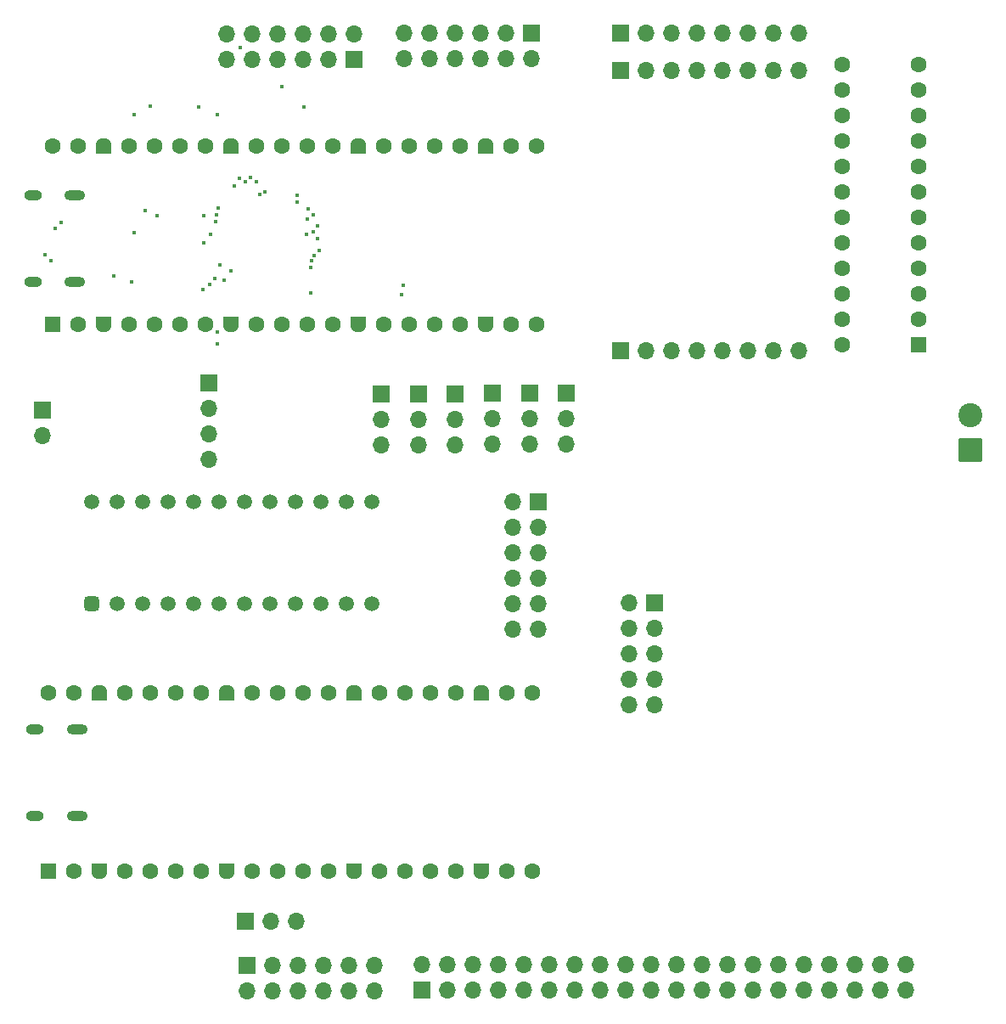
<source format=gbr>
%TF.GenerationSoftware,KiCad,Pcbnew,9.0.0*%
%TF.CreationDate,2025-06-09T15:05:36+02:00*%
%TF.ProjectId,stm32-fpga-bootloader,73746d33-322d-4667-9067-612d626f6f74,rev?*%
%TF.SameCoordinates,Original*%
%TF.FileFunction,Copper,L3,Inr*%
%TF.FilePolarity,Positive*%
%FSLAX46Y46*%
G04 Gerber Fmt 4.6, Leading zero omitted, Abs format (unit mm)*
G04 Created by KiCad (PCBNEW 9.0.0) date 2025-06-09 15:05:36*
%MOMM*%
%LPD*%
G01*
G04 APERTURE LIST*
G04 Aperture macros list*
%AMRoundRect*
0 Rectangle with rounded corners*
0 $1 Rounding radius*
0 $2 $3 $4 $5 $6 $7 $8 $9 X,Y pos of 4 corners*
0 Add a 4 corners polygon primitive as box body*
4,1,4,$2,$3,$4,$5,$6,$7,$8,$9,$2,$3,0*
0 Add four circle primitives for the rounded corners*
1,1,$1+$1,$2,$3*
1,1,$1+$1,$4,$5*
1,1,$1+$1,$6,$7*
1,1,$1+$1,$8,$9*
0 Add four rect primitives between the rounded corners*
20,1,$1+$1,$2,$3,$4,$5,0*
20,1,$1+$1,$4,$5,$6,$7,0*
20,1,$1+$1,$6,$7,$8,$9,0*
20,1,$1+$1,$8,$9,$2,$3,0*%
%AMFreePoly0*
4,1,37,0.603843,0.796157,0.639018,0.796157,0.711114,0.766294,0.766294,0.711114,0.796157,0.639018,0.796157,0.603843,0.800000,0.600000,0.800000,-0.600000,0.796157,-0.603843,0.796157,-0.639018,0.766294,-0.711114,0.711114,-0.766294,0.639018,-0.796157,0.603843,-0.796157,0.600000,-0.800000,0.000000,-0.800000,0.000000,-0.796148,-0.078414,-0.796148,-0.232228,-0.765552,-0.377117,-0.705537,
-0.507515,-0.618408,-0.618408,-0.507515,-0.705537,-0.377117,-0.765552,-0.232228,-0.796148,-0.078414,-0.796148,0.078414,-0.765552,0.232228,-0.705537,0.377117,-0.618408,0.507515,-0.507515,0.618408,-0.377117,0.705537,-0.232228,0.765552,-0.078414,0.796148,0.000000,0.796148,0.000000,0.800000,0.600000,0.800000,0.603843,0.796157,0.603843,0.796157,$1*%
%AMFreePoly1*
4,1,37,0.000000,0.796148,0.078414,0.796148,0.232228,0.765552,0.377117,0.705537,0.507515,0.618408,0.618408,0.507515,0.705537,0.377117,0.765552,0.232228,0.796148,0.078414,0.796148,-0.078414,0.765552,-0.232228,0.705537,-0.377117,0.618408,-0.507515,0.507515,-0.618408,0.377117,-0.705537,0.232228,-0.765552,0.078414,-0.796148,0.000000,-0.796148,0.000000,-0.800000,-0.600000,-0.800000,
-0.603843,-0.796157,-0.639018,-0.796157,-0.711114,-0.766294,-0.766294,-0.711114,-0.796157,-0.639018,-0.796157,-0.603843,-0.800000,-0.600000,-0.800000,0.600000,-0.796157,0.603843,-0.796157,0.639018,-0.766294,0.711114,-0.711114,0.766294,-0.639018,0.796157,-0.603843,0.796157,-0.600000,0.800000,0.000000,0.800000,0.000000,0.796148,0.000000,0.796148,$1*%
G04 Aperture macros list end*
%TA.AperFunction,ComponentPad*%
%ADD10RoundRect,0.250001X0.949999X-0.949999X0.949999X0.949999X-0.949999X0.949999X-0.949999X-0.949999X0*%
%TD*%
%TA.AperFunction,ComponentPad*%
%ADD11C,2.400000*%
%TD*%
%TA.AperFunction,ComponentPad*%
%ADD12RoundRect,0.375000X0.375000X-0.375000X0.375000X0.375000X-0.375000X0.375000X-0.375000X-0.375000X0*%
%TD*%
%TA.AperFunction,ComponentPad*%
%ADD13C,1.500000*%
%TD*%
%TA.AperFunction,ComponentPad*%
%ADD14RoundRect,0.200000X0.600000X-0.600000X0.600000X0.600000X-0.600000X0.600000X-0.600000X-0.600000X0*%
%TD*%
%TA.AperFunction,ComponentPad*%
%ADD15C,1.600000*%
%TD*%
%TA.AperFunction,ComponentPad*%
%ADD16FreePoly0,90.000000*%
%TD*%
%TA.AperFunction,ComponentPad*%
%ADD17FreePoly1,90.000000*%
%TD*%
%TA.AperFunction,ComponentPad*%
%ADD18R,1.700000X1.700000*%
%TD*%
%TA.AperFunction,ComponentPad*%
%ADD19O,1.700000X1.700000*%
%TD*%
%TA.AperFunction,HeatsinkPad*%
%ADD20O,2.100000X1.000000*%
%TD*%
%TA.AperFunction,HeatsinkPad*%
%ADD21O,1.800000X1.000000*%
%TD*%
%TA.AperFunction,ComponentPad*%
%ADD22RoundRect,0.250000X0.550000X0.550000X-0.550000X0.550000X-0.550000X-0.550000X0.550000X-0.550000X0*%
%TD*%
%TA.AperFunction,ViaPad*%
%ADD23C,0.450000*%
%TD*%
G04 APERTURE END LIST*
D10*
%TO.N,Net-(J6-Pin_1)*%
%TO.C,J6*%
X208472500Y-73735000D03*
D11*
%TO.N,GND*%
X208472500Y-70235000D03*
%TD*%
D12*
%TO.N,unconnected-(U12-L3-Pad1)*%
%TO.C,U12*%
X120835000Y-89085000D03*
D13*
%TO.N,Net-(U12-D1)*%
X123375000Y-89085000D03*
%TO.N,/displays/7SEG_D*%
X125915000Y-89085000D03*
%TO.N,unconnected-(U12-L2-Pad4)*%
X128455000Y-89085000D03*
%TO.N,Net-(U12-D2)*%
X130995000Y-89085000D03*
%TO.N,unconnected-(U12-LC_CA-Pad6)*%
X133535000Y-89085000D03*
%TO.N,unconnected-(U12-LC_AN-Pad7)*%
X136075000Y-89085000D03*
%TO.N,Net-(U12-D3)*%
X138615000Y-89085000D03*
%TO.N,unconnected-(U12-DP1_AN-Pad9)*%
X141155000Y-89085000D03*
%TO.N,Net-(U12-D4)*%
X143695000Y-89085000D03*
%TO.N,/displays/7SEG_E*%
X146235000Y-89085000D03*
%TO.N,unconnected-(U12-DP2_AN-Pad12)*%
X148775000Y-89085000D03*
%TO.N,unconnected-(U12-UP_CA-Pad13)*%
X148775000Y-78925000D03*
%TO.N,unconnected-(U12-DP2_CA-Pad14)*%
X146235000Y-78925000D03*
%TO.N,unconnected-(U12-UP_AN-Pad15)*%
X143695000Y-78925000D03*
%TO.N,unconnected-(U12-DP1_CA-Pad16)*%
X141155000Y-78925000D03*
%TO.N,/displays/7SEG_A*%
X138615000Y-78925000D03*
%TO.N,/displays/7SEG_F*%
X136075000Y-78925000D03*
%TO.N,/displays/7SEG_B*%
X133535000Y-78925000D03*
%TO.N,/displays/7SEG_C*%
X130995000Y-78925000D03*
%TO.N,/displays/7SEG_E*%
X128455000Y-78925000D03*
%TO.N,/displays/7SEG_G*%
X125915000Y-78925000D03*
%TO.N,unconnected-(U12-L1-Pad23)*%
X123375000Y-78925000D03*
%TO.N,unconnected-(U12-L1_L2_L3_CA-Pad24)*%
X120835000Y-78925000D03*
%TD*%
D14*
%TO.N,/CPLD_B0_PT10A*%
%TO.C,A2*%
X116495000Y-115715000D03*
D15*
%TO.N,/CPLD_B1_PT10B*%
X119035000Y-115715000D03*
D16*
%TO.N,GND*%
X121575000Y-115715000D03*
D15*
%TO.N,/CPLD_B2_PT9A*%
X124115000Y-115715000D03*
%TO.N,/CPLD_B3_PT9B*%
X126655000Y-115715000D03*
%TO.N,/CPLD_B4_PR9A*%
X129195000Y-115715000D03*
%TO.N,/CPLD_B5_PR9B*%
X131735000Y-115715000D03*
D16*
%TO.N,GND*%
X134275000Y-115715000D03*
D15*
%TO.N,/CPLD_B6_PR9C*%
X136815000Y-115715000D03*
%TO.N,/CPLD_B7_PR9D*%
X139355000Y-115715000D03*
%TO.N,unconnected-(A2-GPIO8-Pad11)*%
X141895000Y-115715000D03*
%TO.N,unconnected-(A2-GPIO9-Pad12)*%
X144435000Y-115715000D03*
D16*
%TO.N,GND*%
X146975000Y-115715000D03*
D15*
%TO.N,/CPLD_CLOCK*%
X149515000Y-115715000D03*
%TO.N,unconnected-(A2-GPIO11-Pad15)*%
X152055000Y-115715000D03*
%TO.N,unconnected-(A2-GPIO12-Pad16)*%
X154595000Y-115715000D03*
%TO.N,unconnected-(A2-GPIO13-Pad17)*%
X157135000Y-115715000D03*
D16*
%TO.N,GND*%
X159675000Y-115715000D03*
D15*
%TO.N,unconnected-(A2-GPIO14-Pad19)*%
X162215000Y-115715000D03*
%TO.N,unconnected-(A2-GPIO15-Pad20)*%
X164755000Y-115715000D03*
%TO.N,/CPLD_MISO*%
X164755000Y-97935000D03*
%TO.N,/CPLD_SPI_CS*%
X162215000Y-97935000D03*
D17*
%TO.N,GND*%
X159675000Y-97935000D03*
D15*
%TO.N,/CPLDK_SCK*%
X157135000Y-97935000D03*
%TO.N,/CPLD_MOSI*%
X154595000Y-97935000D03*
%TO.N,/CPLD_SDA*%
X152055000Y-97935000D03*
%TO.N,/CPLD_SCL*%
X149515000Y-97935000D03*
D17*
%TO.N,GND*%
X146975000Y-97935000D03*
D15*
%TO.N,/CPLD_SPI_MCS*%
X144435000Y-97935000D03*
%TO.N,unconnected-(A2-RUN-Pad30)*%
X141895000Y-97935000D03*
%TO.N,unconnected-(A2-GPIO26_ADC0-Pad31)*%
X139355000Y-97935000D03*
%TO.N,unconnected-(A2-GPIO27_ADC1-Pad32)*%
X136815000Y-97935000D03*
D17*
%TO.N,unconnected-(A2-AGND-Pad33)*%
X134275000Y-97935000D03*
D15*
%TO.N,unconnected-(A2-GPIO28_ADC2-Pad34)*%
X131735000Y-97935000D03*
%TO.N,unconnected-(A2-ADC_VREF-Pad35)*%
X129195000Y-97935000D03*
%TO.N,unconnected-(A2-3V3-Pad36)*%
X126655000Y-97935000D03*
%TO.N,unconnected-(A2-3V3_EN-Pad37)*%
X124115000Y-97935000D03*
D17*
%TO.N,GND*%
X121575000Y-97935000D03*
D15*
%TO.N,unconnected-(A2-VSYS-Pad39)*%
X119035000Y-97935000D03*
%TO.N,VBUS2*%
X116495000Y-97935000D03*
%TD*%
D14*
%TO.N,/RPI_ICE0*%
%TO.C,A1*%
X116925000Y-61165000D03*
D15*
%TO.N,/RPI_ICE1*%
X119465000Y-61165000D03*
D16*
%TO.N,GND*%
X122005000Y-61165000D03*
D15*
%TO.N,/RPI_ICE2*%
X124545000Y-61165000D03*
%TO.N,/RPI_ICE3*%
X127085000Y-61165000D03*
%TO.N,/RPI_ICE4*%
X129625000Y-61165000D03*
%TO.N,/RPI_ICE5*%
X132165000Y-61165000D03*
D16*
%TO.N,GND*%
X134705000Y-61165000D03*
D15*
%TO.N,/RPI_ICE6*%
X137245000Y-61165000D03*
%TO.N,/RPI_ICE7*%
X139785000Y-61165000D03*
%TO.N,/IOB_23b*%
X142325000Y-61165000D03*
%TO.N,/IOT_43a*%
X144865000Y-61165000D03*
D16*
%TO.N,GND*%
X147405000Y-61165000D03*
D15*
%TO.N,Net-(A1-GPIO10)*%
X149945000Y-61165000D03*
%TO.N,/ICE_SPI_MOSI*%
X152485000Y-61165000D03*
%TO.N,/ICE_SPI_MISO*%
X155025000Y-61165000D03*
%TO.N,/ICE_SPI_SS*%
X157565000Y-61165000D03*
D16*
%TO.N,GND*%
X160105000Y-61165000D03*
D15*
%TO.N,/ICE_SPI_SCK*%
X162645000Y-61165000D03*
%TO.N,/ICE_nRST*%
X165185000Y-61165000D03*
%TO.N,/GPIO16_SPI0_RX*%
X165185000Y-43385000D03*
%TO.N,/GPIO17_SPI0_CSn*%
X162645000Y-43385000D03*
D17*
%TO.N,GND*%
X160105000Y-43385000D03*
D15*
%TO.N,/GPIO18_SPI0_SCK*%
X157565000Y-43385000D03*
%TO.N,/GPIO19_SPI0_TX*%
X155025000Y-43385000D03*
%TO.N,/GPIO20_I2C0_SDA*%
X152485000Y-43385000D03*
%TO.N,/GPIO21_I2C0_SCL*%
X149945000Y-43385000D03*
D17*
%TO.N,GND*%
X147405000Y-43385000D03*
D15*
%TO.N,/ICE_CDONE*%
X144865000Y-43385000D03*
%TO.N,Net-(A1-RUN)*%
X142325000Y-43385000D03*
%TO.N,/GPIO26_ADC0*%
X139785000Y-43385000D03*
%TO.N,/GPIO27_ADC1*%
X137245000Y-43385000D03*
D17*
%TO.N,unconnected-(A1-AGND-Pad33)*%
X134705000Y-43385000D03*
D15*
%TO.N,/LED1*%
X132165000Y-43385000D03*
%TO.N,unconnected-(A1-ADC_VREF-Pad35)*%
X129625000Y-43385000D03*
%TO.N,unconnected-(A1-3V3-Pad36)*%
X127085000Y-43385000D03*
%TO.N,unconnected-(A1-3V3_EN-Pad37)*%
X124545000Y-43385000D03*
D17*
%TO.N,GND*%
X122005000Y-43385000D03*
D15*
%TO.N,unconnected-(A1-VSYS-Pad39)*%
X119465000Y-43385000D03*
%TO.N,VBUS1*%
X116925000Y-43385000D03*
%TD*%
D18*
%TO.N,/lcmxo2-cpld-block/PL8A*%
%TO.C,J12*%
X136345000Y-125145000D03*
D19*
%TO.N,/lcmxo2-cpld-block/PL8B*%
X136345000Y-127685000D03*
%TO.N,/lcmxo2-cpld-block/PL5D*%
X138885000Y-125145000D03*
%TO.N,/lcmxo2-cpld-block/PL8D*%
X138885000Y-127685000D03*
%TO.N,/lcmxo2-cpld-block/PL5C*%
X141425000Y-125145000D03*
%TO.N,/lcmxo2-cpld-block/PL8C*%
X141425000Y-127685000D03*
%TO.N,/lcmxo2-cpld-block/PL9B{slash}PCLKC3_0*%
X143965000Y-125145000D03*
%TO.N,/lcmxo2-cpld-block/PL9A{slash}PCLKT3_0*%
X143965000Y-127685000D03*
%TO.N,GND*%
X146505000Y-125145000D03*
X146505000Y-127685000D03*
%TO.N,+3.3V*%
X149045000Y-125145000D03*
X149045000Y-127685000D03*
%TD*%
D20*
%TO.N,GND*%
%TO.C,J1*%
X119382500Y-101565000D03*
D21*
X115182500Y-101565000D03*
D20*
X119382500Y-110205000D03*
D21*
X115182500Y-110205000D03*
%TD*%
D20*
%TO.N,GND*%
%TO.C,J8*%
X119195000Y-48365000D03*
D21*
X114995000Y-48365000D03*
D20*
X119195000Y-57005000D03*
D21*
X114995000Y-57005000D03*
%TD*%
D18*
%TO.N,/IOT_39a*%
%TO.C,JP3*%
X157105000Y-68105000D03*
D19*
%TO.N,/MATRIX_SPI_MOSI*%
X157105000Y-70645000D03*
%TO.N,/PR8D*%
X157105000Y-73185000D03*
%TD*%
D18*
%TO.N,GND*%
%TO.C,J1003*%
X136165000Y-120685000D03*
D19*
%TO.N,/jtag-prog/DBG_RX*%
X138705000Y-120685000D03*
%TO.N,/jtag-prog/DBG_TX*%
X141245000Y-120685000D03*
%TD*%
D18*
%TO.N,/IOT_38b*%
%TO.C,JP2*%
X153405000Y-68105000D03*
D19*
%TO.N,/ENCODER_A*%
X153405000Y-70645000D03*
%TO.N,/PB15A*%
X153405000Y-73185000D03*
%TD*%
D18*
%TO.N,Net-(J13-3V3-Pad1)*%
%TO.C,J13*%
X153805000Y-127602500D03*
D19*
%TO.N,Net-(J13-5V-Pad2)*%
X153805000Y-125062500D03*
%TO.N,/CPLD_SDA*%
X156345000Y-127602500D03*
%TO.N,Net-(J13-5V-Pad2)*%
X156345000Y-125062500D03*
%TO.N,/CPLD_SCL*%
X158885000Y-127602500D03*
%TO.N,GND*%
X158885000Y-125062500D03*
%TO.N,/lcmxo2-cpld-block/PT15B*%
X161425000Y-127602500D03*
%TO.N,/lcmxo2-cpld-block/PB6A*%
X161425000Y-125062500D03*
%TO.N,GND*%
X163965000Y-127602500D03*
%TO.N,/lcmxo2-cpld-block/PB6B*%
X163965000Y-125062500D03*
%TO.N,/lcmxo2-cpld-block/PR5D{slash}PCLKC1_0*%
X166505000Y-127602500D03*
%TO.N,/lcmxo2-cpld-block/PR5C{slash}PCLKT1_0*%
X166505000Y-125062500D03*
%TO.N,/lcmxo2-cpld-block/PR2A*%
X169045000Y-127602500D03*
%TO.N,GND*%
X169045000Y-125062500D03*
%TO.N,/lcmxo2-cpld-block/PR4B*%
X171585000Y-127602500D03*
%TO.N,/lcmxo2-cpld-block/PR4A*%
X171585000Y-125062500D03*
%TO.N,Net-(J13-3V3-Pad1)*%
X174125000Y-127602500D03*
%TO.N,/lcmxo2-cpld-block/PR3B*%
X174125000Y-125062500D03*
%TO.N,/CPLD_MOSI*%
X176665000Y-127602500D03*
%TO.N,GND*%
X176665000Y-125062500D03*
%TO.N,/CPLD_MISO*%
X179205000Y-127602500D03*
%TO.N,/lcmxo2-cpld-block/PR3A*%
X179205000Y-125062500D03*
%TO.N,/CPLDK_SCK*%
X181745000Y-127602500D03*
%TO.N,/CPLD_SPI_CS*%
X181745000Y-125062500D03*
%TO.N,GND*%
X184285000Y-127602500D03*
%TO.N,/CPLD_SPI_MCS*%
X184285000Y-125062500D03*
%TO.N,/lcmxo2-cpld-block/PB4D*%
X186825000Y-127602500D03*
%TO.N,/lcmxo2-cpld-block/PT16C*%
X186825000Y-125062500D03*
%TO.N,/lcmxo2-cpld-block/PT12A{slash}PCLKT0_1*%
X189365000Y-127602500D03*
%TO.N,GND*%
X189365000Y-125062500D03*
%TO.N,/lcmxo2-cpld-block/PT12B{slash}PCLKC0_1*%
X191905000Y-127602500D03*
%TO.N,/lcmxo2-cpld-block/PT15A*%
X191905000Y-125062500D03*
%TO.N,/lcmxo2-cpld-block/PL3B{slash}PCLKC3_2*%
X194445000Y-127602500D03*
%TO.N,GND*%
X194445000Y-125062500D03*
%TO.N,/lcmxo2-cpld-block/PR5A*%
X196985000Y-127602500D03*
%TO.N,/lcmxo2-cpld-block/PR5B*%
X196985000Y-125062500D03*
%TO.N,/lcmxo2-cpld-block/PR2B*%
X199525000Y-127602500D03*
%TO.N,/lcmxo2-cpld-block/PR4D*%
X199525000Y-125062500D03*
%TO.N,GND*%
X202065000Y-127602500D03*
%TO.N,/lcmxo2-cpld-block/PR4C*%
X202065000Y-125062500D03*
%TD*%
D18*
%TO.N,/IOT_45a_G1*%
%TO.C,JP6*%
X164505000Y-68085000D03*
D19*
%TO.N,/ENCODER_BTN*%
X164505000Y-70625000D03*
%TO.N,/PB11B{slash}PCLKC2_1*%
X164505000Y-73165000D03*
%TD*%
D18*
%TO.N,Net-(J10-Pin_1)*%
%TO.C,J10*%
X173605000Y-35885000D03*
D19*
%TO.N,Net-(J10-Pin_2)*%
X176145000Y-35885000D03*
%TO.N,Net-(J10-Pin_3)*%
X178685000Y-35885000D03*
%TO.N,Net-(J10-Pin_4)*%
X181225000Y-35885000D03*
%TO.N,Net-(J10-Pin_5)*%
X183765000Y-35885000D03*
%TO.N,Net-(J10-Pin_6)*%
X186305000Y-35885000D03*
%TO.N,Net-(J10-Pin_7)*%
X188845000Y-35885000D03*
%TO.N,Net-(J10-Pin_8)*%
X191385000Y-35885000D03*
%TD*%
D18*
%TO.N,/IOT_36b*%
%TO.C,JP4*%
X160805000Y-68060000D03*
D19*
%TO.N,/ENCODER_B*%
X160805000Y-70600000D03*
%TO.N,/PB15B*%
X160805000Y-73140000D03*
%TD*%
D18*
%TO.N,Net-(J1001-Pin_1)*%
%TO.C,J1001*%
X132530000Y-67085000D03*
D19*
%TO.N,Net-(J1001-Pin_2)*%
X132530000Y-69625000D03*
%TO.N,Net-(J1001-Pin_3)*%
X132530000Y-72165000D03*
%TO.N,Net-(J1001-Pin_4)*%
X132530000Y-74705000D03*
%TD*%
D18*
%TO.N,/IOB_0a*%
%TO.C,J5*%
X147030000Y-34810000D03*
D19*
%TO.N,/IOB_5b*%
X147030000Y-32270000D03*
%TO.N,/IOB_2a*%
X144490000Y-34810000D03*
%TO.N,/IOB_6a*%
X144490000Y-32270000D03*
%TO.N,/IOB_3b_G6*%
X141950000Y-34810000D03*
%TO.N,/IOB_8a*%
X141950000Y-32270000D03*
%TO.N,/IOB_4a*%
X139410000Y-34810000D03*
%TO.N,/IOT_51a*%
X139410000Y-32270000D03*
%TO.N,GND*%
X136870000Y-34810000D03*
X136870000Y-32270000D03*
%TO.N,+3.3V*%
X134330000Y-34810000D03*
X134330000Y-32270000D03*
%TD*%
D22*
%TO.N,Net-(Q3-D)*%
%TO.C,U8*%
X203340000Y-63255000D03*
D15*
%TO.N,Net-(J11-Pin_1)*%
X203340000Y-60715000D03*
%TO.N,Net-(J11-Pin_5)*%
X203340000Y-58175000D03*
%TO.N,GND*%
X203340000Y-55635000D03*
%TO.N,Net-(J11-Pin_7)*%
X203340000Y-53095000D03*
%TO.N,Net-(J11-Pin_3)*%
X203340000Y-50555000D03*
%TO.N,Net-(J11-Pin_4)*%
X203340000Y-48015000D03*
%TO.N,Net-(J11-Pin_8)*%
X203340000Y-45475000D03*
%TO.N,GND*%
X203340000Y-42935000D03*
%TO.N,Net-(J11-Pin_6)*%
X203340000Y-40395000D03*
%TO.N,Net-(J11-Pin_2)*%
X203340000Y-37855000D03*
%TO.N,Net-(Q1-D)*%
X203340000Y-35315000D03*
%TO.N,Net-(Q2-D)*%
X195720000Y-35315000D03*
%TO.N,Net-(J10-Pin_1)*%
X195720000Y-37855000D03*
%TO.N,Net-(J10-Pin_6)*%
X195720000Y-40395000D03*
%TO.N,Net-(J10-Pin_2)*%
X195720000Y-42935000D03*
%TO.N,Net-(J10-Pin_7)*%
X195720000Y-45475000D03*
%TO.N,Net-(U8-ISET)*%
X195720000Y-48015000D03*
%TO.N,+5V*%
X195720000Y-50555000D03*
%TO.N,Net-(J10-Pin_3)*%
X195720000Y-53095000D03*
%TO.N,Net-(J10-Pin_5)*%
X195720000Y-55635000D03*
%TO.N,Net-(J10-Pin_8)*%
X195720000Y-58175000D03*
%TO.N,Net-(J10-Pin_4)*%
X195720000Y-60715000D03*
%TO.N,unconnected-(U8-DOUT-Pad24)*%
X195720000Y-63255000D03*
%TD*%
D18*
%TO.N,/IOT_48b*%
%TO.C,JP5*%
X168205000Y-68085000D03*
D19*
%TO.N,/MATRIX_SPI_SCK*%
X168205000Y-70625000D03*
%TO.N,/PR10D*%
X168205000Y-73165000D03*
%TD*%
D18*
%TO.N,/IOT_44b*%
%TO.C,JP1*%
X149705000Y-68105000D03*
D19*
%TO.N,/MATRIX_SPI_nCS*%
X149705000Y-70645000D03*
%TO.N,/PR10C*%
X149705000Y-73185000D03*
%TD*%
D18*
%TO.N,Net-(J11-Pin_1)*%
%TO.C,J11*%
X173605000Y-63825000D03*
D19*
%TO.N,Net-(J11-Pin_2)*%
X176145000Y-63825000D03*
%TO.N,Net-(J11-Pin_3)*%
X178685000Y-63825000D03*
%TO.N,Net-(J11-Pin_4)*%
X181225000Y-63825000D03*
%TO.N,Net-(J11-Pin_5)*%
X183765000Y-63825000D03*
%TO.N,Net-(J11-Pin_6)*%
X186305000Y-63825000D03*
%TO.N,Net-(J11-Pin_7)*%
X188845000Y-63825000D03*
%TO.N,Net-(J11-Pin_8)*%
X191385000Y-63825000D03*
%TD*%
D18*
%TO.N,/displays/SHIFT_REG_DATA*%
%TO.C,J9*%
X165405000Y-78865000D03*
D19*
%TO.N,/displays/7SEG_D1*%
X162865000Y-78865000D03*
%TO.N,/displays/SHIFT_REG_STCLK*%
X165405000Y-81405000D03*
%TO.N,/displays/7SEG_D2*%
X162865000Y-81405000D03*
%TO.N,/displays/SHIFT_REG_CLK*%
X165405000Y-83945000D03*
%TO.N,/displays/7SEG_D3*%
X162865000Y-83945000D03*
%TO.N,/displays/SHIFT_REG_nMCLR*%
X165405000Y-86485000D03*
%TO.N,/displays/7SEG_D4*%
X162865000Y-86485000D03*
%TO.N,/displays/SHIFT_REG_OE*%
X165405000Y-89025000D03*
%TO.N,GND*%
X162865000Y-89025000D03*
%TO.N,+3.3V*%
X165405000Y-91565000D03*
X162865000Y-91565000D03*
%TD*%
D18*
%TO.N,Net-(J15-Pin_1)*%
%TO.C,J15*%
X115930000Y-69785000D03*
D19*
%TO.N,GND*%
X115930000Y-72325000D03*
%TD*%
D18*
%TO.N,/GPIO18_SPI0_SCK*%
%TO.C,J3*%
X164725000Y-32145000D03*
D19*
%TO.N,/GPIO19_SPI0_TX*%
X164725000Y-34685000D03*
%TO.N,/GPIO16_SPI0_RX*%
X162185000Y-32145000D03*
%TO.N,/GPIO17_SPI0_CSn*%
X162185000Y-34685000D03*
%TO.N,/ICE_CLOCK*%
X159645000Y-32145000D03*
%TO.N,GND*%
X159645000Y-34685000D03*
%TO.N,/GPIO20_I2C0_SDA*%
X157105000Y-32145000D03*
%TO.N,/GPIO21_I2C0_SCL*%
X157105000Y-34685000D03*
%TO.N,/GPIO26_ADC0*%
X154565000Y-32145000D03*
%TO.N,/GPIO27_ADC1*%
X154565000Y-34685000D03*
%TO.N,unconnected-(J3-Pin_11-Pad11)*%
X152025000Y-32145000D03*
%TO.N,+3.3V*%
X152025000Y-34685000D03*
%TD*%
D18*
%TO.N,/PT10C{slash}TDO*%
%TO.C,J1002*%
X176995000Y-88935000D03*
D19*
%TO.N,/TDI*%
X174455000Y-88935000D03*
%TO.N,/PT10D{slash}TDI*%
X176995000Y-91475000D03*
%TO.N,/TDO*%
X174455000Y-91475000D03*
%TO.N,/PT11C{slash}TCK*%
X176995000Y-94015000D03*
%TO.N,/TCK*%
X174455000Y-94015000D03*
%TO.N,/PT11D{slash}TMS*%
X176995000Y-96555000D03*
%TO.N,/TMS*%
X174455000Y-96555000D03*
%TO.N,GND*%
X176995000Y-99095000D03*
X174455000Y-99095000D03*
%TD*%
D18*
%TO.N,/IOT_50b*%
%TO.C,J1004*%
X173575000Y-32185000D03*
D19*
%TO.N,/IOB_13b*%
X176115000Y-32185000D03*
%TO.N,/IOT_37a*%
X178655000Y-32185000D03*
%TO.N,/IOB_20a*%
X181195000Y-32185000D03*
%TO.N,/IOB_22a*%
X183735000Y-32185000D03*
%TO.N,/IOB_23b*%
X186275000Y-32185000D03*
%TO.N,/IOT_43a*%
X188815000Y-32185000D03*
%TO.N,GND*%
X191355000Y-32185000D03*
%TD*%
D23*
%TO.N,/RPI_ICE0*%
X125055000Y-52085000D03*
%TO.N,/IOB_8a*%
X135655000Y-33635000D03*
%TO.N,/GPIO27_ADC1*%
X139805000Y-37535000D03*
%TO.N,/ICE_CDONE*%
X125055000Y-40285000D03*
X133405000Y-40285000D03*
%TO.N,/IOB_3b_G6*%
X141973732Y-39558732D03*
%TO.N,Net-(A1-RUN)*%
X126730000Y-39460000D03*
X131555000Y-39485000D03*
%TO.N,/IOB_4a*%
X135115000Y-47435000D03*
%TO.N,/IOB_2a*%
X135605000Y-46635000D03*
%TO.N,/IOB_0a*%
X136165000Y-47003366D03*
%TO.N,/IOB_5b*%
X136705000Y-46585000D03*
%TO.N,/IOB_3b_G6*%
X137237090Y-46958341D03*
%TO.N,/RPI_ICE6*%
X137573620Y-48275690D03*
%TO.N,/IOT_51a*%
X138155000Y-47985000D03*
%TO.N,/IOT_50b*%
X141355000Y-48335000D03*
%TO.N,/IOT_45a_G1*%
X141355000Y-49035000D03*
%TO.N,/IOT_48b*%
X142405000Y-49681500D03*
%TO.N,/ICE_CLOCK*%
X142905000Y-50285000D03*
%TO.N,/IOT_44b*%
X142355000Y-50732500D03*
%TO.N,+3.3V*%
X143405000Y-51385000D03*
%TO.N,/IOT_43a*%
X142905887Y-51984634D03*
%TO.N,/RPI_ICE1*%
X142305000Y-52232500D03*
%TO.N,+3.3V*%
X143355000Y-52682500D03*
%TO.N,/RPI_ICE7*%
X143505000Y-53835000D03*
%TO.N,/IOT_38b*%
X143073125Y-54325309D03*
%TO.N,/IOT_39a*%
X142754098Y-54891634D03*
%TO.N,/IOT_36b*%
X142655492Y-55560000D03*
%TO.N,/IOT_37a*%
X142655000Y-58085000D03*
%TO.N,/ICE_SPI_MISO*%
X151755000Y-58235000D03*
%TO.N,/ICE_SPI_SS*%
X151905000Y-57335000D03*
%TO.N,/ICE_SPI_MOSI*%
X127405000Y-50385000D03*
%TO.N,/ICE_SPI_SCK*%
X126155000Y-49885000D03*
%TO.N,/ICE_SPI_SS*%
X123071250Y-56401250D03*
%TO.N,/ICE_SPI_MISO*%
X124855000Y-56935000D03*
%TO.N,/IOB_13b*%
X132705000Y-52200056D03*
%TO.N,/IOB_8a*%
X133173451Y-50922882D03*
%TO.N,/RPI_ICE0*%
X133281092Y-50281854D03*
%TO.N,/IOB_6a*%
X133455000Y-49635000D03*
%TO.N,/D-*%
X117769589Y-51057615D03*
%TO.N,/D+*%
X117168547Y-51658657D03*
%TO.N,/D-*%
X116204479Y-54234479D03*
%TO.N,/D+*%
X116805521Y-54835521D03*
%TO.N,/IOB_22a*%
X133605000Y-55282500D03*
%TO.N,/RPI_ICE3*%
X134705000Y-55835000D03*
%TO.N,/ICE_SPI_MISO*%
X131955000Y-57735000D03*
%TO.N,/ICE_SPI_SS*%
X132642869Y-57258983D03*
%TO.N,/ICE_SPI_SCK*%
X133157354Y-56646358D03*
%TO.N,/ICE_SPI_MOSI*%
X134046730Y-56793270D03*
%TO.N,/RPI_ICE2*%
X133355000Y-61935000D03*
X133405000Y-63185000D03*
%TO.N,/ICE_nRST*%
X132001232Y-53088768D03*
X132055000Y-50385000D03*
%TD*%
M02*

</source>
